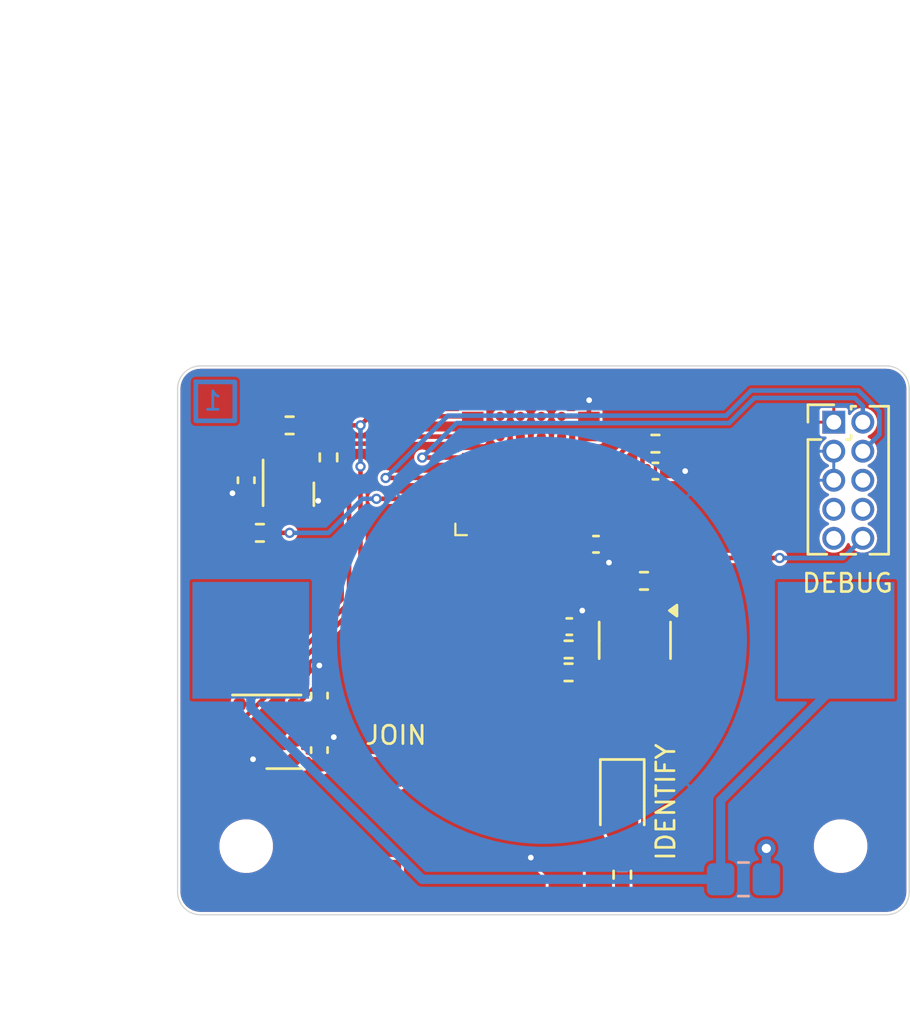
<source format=kicad_pcb>
(kicad_pcb (version 20240108) (generator "pcbnew") (generator_version "8.0")
  (title_block (title "BeeLight v2") (date "2025-01-14") (rev "1") (comment 1 "https://github.com/Kampi/BeeLight"))
  (layers (0 "F.Cu" signal) (31 "B.Cu" signal) (34 "B.Paste" user) (35 "F.Paste" user) (36 "B.SilkS" user "B.Silkscreen") (37 "F.SilkS" user "F.Silkscreen") (38 "B.Mask" user) (39 "F.Mask" user) (44 "Edge.Cuts" user))
  (net 0 "")
  (net 1 "Net-(BT101-+)")
  (net 2 "GND")
  (net 3 "~{RESET}")
  (net 4 "+BATT")
  (net 5 "INT")
  (net 6 "BAT_E")
  (net 7 "SDA")
  (net 8 "SWDIO")
  (net 9 "SCL")
  (net 11 "Net-(Q101-D)")
  (net 12 "Net-(D101-A)")
  (net 15 "SWDCLK")
  (net 18 "V_{BAT}")
  (net 40 "Net-(M101-P2.05)")
  (net 43 "Net-(D101-K)")
  (footprint "Wuerth:WS-TASV-6x6" (layer "F.Cu") (at 135 102 180)
    (property "Reference" "SW101" (hide yes))
    (property "Value" "JOIN" (at 3.45 3.85 0) (layer "F.SilkS") (effects (font (size 0.8 0.8) (thickness 0.12))))
    (pad "1" smd rect (at -3.975 -2.25 180) (size 1.5 1.3) (layers "F.Cu" "F.Paste" "F.Mask") (net 2 "GND"))
    (pad "2" smd rect (at -3.975 2.25 180) (size 1.5 1.3) (layers "F.Cu" "F.Paste" "F.Mask") (net 40 "Net-(M101-P2.05)"))
    (pad "3" smd rect (at 3.975 -2.25 180) (size 1.5 1.3) (layers "F.Cu" "F.Paste" "F.Mask"))
    (pad "4" smd rect (at 3.975 2.25 180) (size 1.5 1.3) (layers "F.Cu" "F.Paste" "F.Mask"))
  )
  (footprint "Resistor_SMD:R_0402_1005Metric_Pad0.72x0.64mm_HandSolder" (layer "F.Cu") (at 142.4 91.4)
    (property "Reference" "R107" (hide yes))
    (property "Value" "100k" (hide yes))
    (fp_line (start -0.167621 -0.38) (end 0.167621 -0.38) (stroke (width 0.12)) (layer "F.SilkS"))
    (fp_line (start -0.167621 0.38) (end 0.167621 0.38) (stroke (width 0.12)) (layer "F.SilkS"))
    (pad "1" smd roundrect (at -0.5975 0) (size 0.715 0.64) (layers "F.Cu" "F.Paste" "F.Mask") (net 4 "+BATT"))
    (pad "2" smd roundrect (at 0.5975 0) (size 0.715 0.64) (layers "F.Cu" "F.Paste" "F.Mask") (net 6 "BAT_E"))
  )
  (footprint "Package_TO_SOT_SMD:SOT-23-3" (layer "F.Cu") (at 142 94 -90)
    (property "Reference" "Q101" (hide yes))
    (property "Value" "BSS84" (hide yes))
    (fp_line (start 0 1.56) (end -0.8 1.56) (stroke (width 0.12)) (layer "F.SilkS"))
    (fp_line (start 0 1.56) (end 0.8 1.56) (stroke (width 0.12)) (layer "F.SilkS"))
    (fp_line (start 0 -1.56) (end -0.8 -1.56) (stroke (width 0.12)) (layer "F.SilkS"))
    (fp_line (start 0 -1.56) (end 0.8 -1.56) (stroke (width 0.12)) (layer "F.SilkS"))
    (fp_poly (pts (xy -1.3 -1.51) (xy -1.54 -1.84) (xy -1.06 -1.84) (xy -1.3 -1.51)) (stroke (width 0.12)) (fill solid) (layer "F.SilkS"))
    (pad "1" smd roundrect (at -1.1375 -0.95 270) (size 1.325 0.6) (layers "F.Cu" "F.Paste" "F.Mask") (net 6 "BAT_E"))
    (pad "2" smd roundrect (at -1.1375 0.95 270) (size 1.325 0.6) (layers "F.Cu" "F.Paste" "F.Mask") (net 4 "+BATT"))
    (pad "3" smd roundrect (at 1.1375 0 270) (size 1.325 0.6) (layers "F.Cu" "F.Paste" "F.Mask") (net 11 "Net-(Q101-D)"))
  )
  (footprint "LED_SMD:LED_0805_2012Metric_Pad1.15x1.40mm_HandSolder" (layer "F.Cu") (at 141.45 101.07 -90)
    (property "Reference" "D101" (hide yes))
    (property "Value" "IDENTIFY" (at 0 -1.9 90) (layer "F.SilkS") (effects (font (size 0.8 0.8) (thickness 0.12))))
    (fp_line (start -1.86 0.96) (end 1 0.96) (stroke (width 0.12)) (layer "F.SilkS"))
    (fp_line (start -1.86 -0.96) (end -1.86 0.96) (stroke (width 0.12)) (layer "F.SilkS"))
    (fp_line (start 1 -0.96) (end -1.86 -0.96) (stroke (width 0.12)) (layer "F.SilkS"))
    (pad "1" smd roundrect (at -1.025 0 270) (size 1.15 1.4) (layers "F.Cu" "F.Paste" "F.Mask") (roundrect_rratio 0.217391) (net 43 "Net-(D101-K)"))
    (pad "2" smd roundrect (at 1.025 0 270) (size 1.15 1.4) (layers "F.Cu" "F.Paste" "F.Mask") (roundrect_rratio 0.217391) (net 12 "Net-(D101-A)"))
  )
  (footprint "Capacitor_SMD:C_0402_1005Metric_Pad0.74x0.62mm_HandSolder" (layer "F.Cu") (at 140.3 89.8)
    (property "Reference" "C102" (hide yes))
    (property "Value" "100n" (hide yes))
    (fp_line (start -0.115835 -0.36) (end 0.115835 -0.36) (stroke (width 0.12)) (layer "F.SilkS"))
    (fp_line (start -0.115835 0.36) (end 0.115835 0.36) (stroke (width 0.12)) (layer "F.SilkS"))
    (pad "1" smd roundrect (at -0.5675 0) (size 0.735 0.62) (layers "F.Cu" "F.Paste" "F.Mask") (net 4 "+BATT"))
    (pad "2" smd roundrect (at 0.5675 0) (size 0.735 0.62) (layers "F.Cu" "F.Paste" "F.Mask") (net 2 "GND"))
  )
  (footprint "Resistor_SMD:R_0402_1005Metric_Pad0.72x0.64mm_HandSolder" (layer "F.Cu") (at 139.1 95.4 180)
    (property "Reference" "R108" (hide yes))
    (property "Value" "8k2 / 0.1%" (hide yes))
    (fp_line (start -0.167621 0.38) (end 0.167621 0.38) (stroke (width 0.12)) (layer "F.SilkS"))
    (fp_line (start -0.167621 -0.38) (end 0.167621 -0.38) (stroke (width 0.12)) (layer "F.SilkS"))
    (pad "1" smd roundrect (at -0.5975 0 180) (size 0.715 0.64) (layers "F.Cu" "F.Paste" "F.Mask") (net 11 "Net-(Q101-D)"))
    (pad "2" smd roundrect (at 0.5975 0 180) (size 0.715 0.64) (layers "F.Cu" "F.Paste" "F.Mask") (net 18 "V_{BAT}"))
  )
  (footprint "Fanstel:BC15C" (layer "F.Cu") (at 138 83)
    (property "Reference" "M101" (hide yes))
    (property "Value" "BC15C" (hide yes))
    (fp_line (start -3.85 5.9) (end -3.85 6.4) (stroke (width 0.1)) (layer "F.SilkS"))
    (fp_line (start -3.85 6.4) (end -3.35 6.4) (stroke (width 0.1)) (layer "F.SilkS"))
    (pad "A1" smd rect (at -3.09 1.2042) (size 0.9398 0.4064) (layers "F.Cu" "F.Paste" "F.Mask") (net 7 "SDA"))
    (pad "A2" smd rect (at -3.09 2.0932) (size 0.9398 0.4064) (layers "F.Cu" "F.Paste" "F.Mask") (net 9 "SCL"))
    (pad "A3" smd rect (at -3.09 3.0076) (size 0.9398 0.4064) (layers "F.Cu" "F.Paste" "F.Mask") (net 8 "SWDIO"))
    (pad "A4" smd rect (at -3.09 3.8966) (size 0.9398 0.4064) (layers "F.Cu" "F.Paste" "F.Mask") (net 15 "SWDCLK"))
    (pad "A5" smd rect (at -3.09 4.811) (size 0.9398 0.4064) (layers "F.Cu" "F.Paste" "F.Mask") (net 5 "INT"))
    (pad "A6" smd rect (at -2.8106 5.8016 90) (size 0.6096 0.4064) (layers "F.Cu" "F.Paste" "F.Mask") (net 40 "Net-(M101-P2.05)"))
    (pad "B1" smd roundrect (at -1.8962 1.2042) (size 0.4064 0.4064) (layers "F.Cu" "F.Paste" "F.Mask") (roundrect_rratio 0.5))
    (pad "B2" smd roundrect (at -1.8962 2.0932) (size 0.4064 0.4064) (layers "F.Cu" "F.Paste" "F.Mask") (roundrect_rratio 0.5))
    (pad "B3" smd roundrect (at -1.8962 3.0076) (size 0.4064 0.4064) (layers "F.Cu" "F.Paste" "F.Mask") (roundrect_rratio 0.5))
    (pad "B4" smd roundrect (at -1.8962 3.8966) (size 0.4064 0.4064) (layers "F.Cu" "F.Paste" "F.Mask") (roundrect_rratio 0.5))
    (pad "B5" smd roundrect (at -1.8962 4.811) (size 0.4064 0.4064) (layers "F.Cu" "F.Paste" "F.Mask") (roundrect_rratio 0.5))
    (pad "B6" smd rect (at -1.8962 5.8016 90) (size 0.6096 0.4064) (layers "F.Cu" "F.Paste" "F.Mask") (net 43 "Net-(D101-K)"))
    (pad "C1" smd roundrect (at -1.0072 1.2042) (size 0.4064 0.4064) (layers "F.Cu" "F.Paste" "F.Mask") (roundrect_rratio 0.5))
    (pad "C2" smd roundrect (at -1.0072 2.0932) (size 0.4064 0.4064) (layers "F.Cu" "F.Paste" "F.Mask") (roundrect_rratio 0.5))
    (pad "C3" smd roundrect (at -1.0072 3.0076) (size 0.4064 0.4064) (layers "F.Cu" "F.Paste" "F.Mask") (roundrect_rratio 0.5))
    (pad "C4" smd roundrect (at -1.0072 3.8966) (size 0.4064 0.4064) (layers "F.Cu" "F.Paste" "F.Mask") (roundrect_rratio 0.5))
    (pad "C5" smd roundrect (at -1.0072 4.811) (size 0.4064 0.4064) (layers "F.Cu" "F.Paste" "F.Mask") (roundrect_rratio 0.5) (net 18 "V_{BAT}"))
    (pad "C6" smd rect (at -1.0072 5.8016 90) (size 0.6096 0.4064) (layers "F.Cu" "F.Paste" "F.Mask"))
    (pad "D1" smd roundrect (at -0.0928 1.2042) (size 0.4064 0.4064) (layers "F.Cu" "F.Paste" "F.Mask") (roundrect_rratio 0.5))
    (pad "D2" smd roundrect (at -0.0928 2.0932) (size 0.4064 0.4064) (layers "F.Cu" "F.Paste" "F.Mask") (roundrect_rratio 0.5))
    (pad "D3" smd roundrect (at -0.0928 3.0076) (size 0.4064 0.4064) (layers "F.Cu" "F.Paste" "F.Mask") (roundrect_rratio 0.5))
    (pad "D4" smd roundrect (at -0.0928 3.8966) (size 0.4064 0.4064) (layers "F.Cu" "F.Paste" "F.Mask") (roundrect_rratio 0.5))
    (pad "D5" smd roundrect (at -0.0928 4.811) (size 0.4064 0.4064) (layers "F.Cu" "F.Paste" "F.Mask") (roundrect_rratio 0.5))
    (pad "D6" smd rect (at -0.0928 5.8016 90) (size 0.6096 0.4064) (layers "F.Cu" "F.Paste" "F.Mask"))
    (pad "E1" smd roundrect (at 0.7962 1.2042) (size 0.4064 0.4064) (layers "F.Cu" "F.Paste" "F.Mask") (roundrect_rratio 0.5) (net 2 "GND"))
    (pad "E2" smd roundrect (at 0.7962 2.0932) (size 0.4064 0.4064) (layers "F.Cu" "F.Paste" "F.Mask") (roundrect_rratio 0.5))
    (pad "E3" smd roundrect (at 0.7962 3.0076) (size 0.4064 0.4064) (layers "F.Cu" "F.Paste" "F.Mask") (roundrect_rratio 0.5))
    (pad "E4" smd roundrect (at 0.7962 3.8966) (size 0.4064 0.4064) (layers "F.Cu" "F.Paste" "F.Mask") (roundrect_rratio 0.5))
    (pad "E5" smd roundrect (at 0.7962 4.811) (size 0.4064 0.4064) (layers "F.Cu" "F.Paste" "F.Mask") (roundrect_rratio 0.5))
    (pad "E6" smd rect (at 0.7962 5.8016 90) (size 0.6096 0.4064) (layers "F.Cu" "F.Paste" "F.Mask"))
    (pad "F1" smd rect (at 1.99 1.2042) (size 0.9398 0.4064) (layers "F.Cu" "F.Paste" "F.Mask") (net 2 "GND"))
    (pad "F2" smd rect (at 1.99 2.0932) (size 0.9398 0.4064) (layers "F.Cu" "F.Paste" "F.Mask"))
    (pad "F3" smd rect (at 1.99 3.0076) (size 0.9398 0.4064) (layers "F.Cu" "F.Paste" "F.Mask") (net 3 "~{RESET}"))
    (pad "F4" smd rect (at 1.99 3.8966) (size 0.9398 0.4064) (layers "F.Cu" "F.Paste" "F.Mask"))
    (pad "F5" smd rect (at 1.99 4.811) (size 0.9398 0.4064) (layers "F.Cu" "F.Paste" "F.Mask") (net 6 "BAT_E"))
    (pad "F6" smd rect (at 1.7106 5.8016 90) (size 0.6096 0.4064) (layers "F.Cu" "F.Paste" "F.Mask") (net 4 "+BATT"))
    (zone (net 0) (net_name "") (layers "*.Cu") (connect_pads (clearance 0)) (min_thickness 0.25)
      (keepout (tracks not_allowed) (vias not_allowed) (pads not_allowed) (copperpour not_allowed) (footprints not_allowed))
      (fill (thermal_gap 0.5) (thermal_bridge_width 0.5))
      (polygon (pts (xy 134.35 76.8) (xy 141.65 76.8) (xy 141.65 81.2) (xy 134.35 81.2)))
    )
  )
  (footprint "Broadcom:Broadcom_DFN-6_2x2mm_P0.65mm" (layer "F.Cu") (at 126.85 87.1125 -90)
    (property "Reference" "IC102" (hide yes))
    (property "Value" "APDS-9306-065" (hide yes))
    (fp_line (start -1 1.11) (end 1 1.11) (stroke (width 0.12)) (layer "F.SilkS"))
    (fp_line (start 0 -1.11) (end 1 -1.11) (stroke (width 0.12)) (layer "F.SilkS"))
    (pad "1" smd roundrect (at -0.7875 -0.65 270) (size 1.175 0.3) (layers "F.Cu" "F.Paste" "F.Mask") (net 9 "SCL"))
    (pad "2" smd roundrect (at -0.7875 0 270) (size 1.175 0.3) (layers "F.Cu" "F.Paste" "F.Mask") (net 7 "SDA"))
    (pad "3" smd roundrect (at -0.7875 0.65 270) (size 1.175 0.3) (layers "F.Cu" "F.Paste" "F.Mask") (net 4 "+BATT"))
    (pad "4" smd roundrect (at 0.7875 0.65 270) (size 1.175 0.3) (layers "F.Cu" "F.Paste" "F.Mask") (net 5 "INT"))
    (pad "5" smd roundrect (at 0.7875 0 270) (size 1.175 0.3) (layers "F.Cu" "F.Paste" "F.Mask"))
    (pad "6" smd roundrect (at 0.7875 -0.65 270) (size 1.175 0.3) (layers "F.Cu" "F.Paste" "F.Mask") (net 2 "GND"))
  )
  (footprint "Capacitor_SMD:C_0402_1005Metric_Pad0.74x0.62mm_HandSolder" (layer "F.Cu") (at 139.1325 93.4)
    (property "Reference" "C103" (hide yes))
    (property "Value" "100n" (hide yes))
    (fp_line (start -0.115835 -0.36) (end 0.115835 -0.36) (stroke (width 0.12)) (layer "F.SilkS"))
    (fp_line (start -0.115835 0.36) (end 0.115835 0.36) (stroke (width 0.12)) (layer "F.SilkS"))
    (pad "1" smd roundrect (at -0.5675 0) (size 0.735 0.62) (layers "F.Cu" "F.Paste" "F.Mask") (net 18 "V_{BAT}"))
    (pad "2" smd roundrect (at 0.5675 0) (size 0.735 0.62) (layers "F.Cu" "F.Paste" "F.Mask") (net 2 "GND"))
  )
  (footprint "Capacitor_SMD:C_0402_1005Metric_Pad0.74x0.62mm_HandSolder" (layer "F.Cu") (at 125 87 -90)
    (property "Reference" "C104" (hide yes))
    (property "Value" "100n" (hide yes))
    (fp_line (start -0.115835 0.36) (end 0.115835 0.36) (stroke (width 0.12)) (layer "F.SilkS"))
    (fp_line (start -0.115835 -0.36) (end 0.115835 -0.36) (stroke (width 0.12)) (layer "F.SilkS"))
    (pad "1" smd roundrect (at -0.5675 0 270) (size 0.735 0.62) (layers "F.Cu" "F.Paste" "F.Mask") (net 4 "+BATT"))
    (pad "2" smd roundrect (at 0.5675 0 270) (size 0.735 0.62) (layers "F.Cu" "F.Paste" "F.Mask") (net 2 "GND"))
  )
  (footprint "Capacitor_SMD:C_0402_1005Metric_Pad0.74x0.62mm_HandSolder" (layer "F.Cu") (at 128.2 98.8 90)
    (property "Reference" "C105" (hide yes))
    (property "Value" "100n" (hide yes))
    (fp_line (start -0.115835 -0.36) (end 0.115835 -0.36) (stroke (width 0.12)) (layer "F.SilkS"))
    (fp_line (start -0.115835 0.36) (end 0.115835 0.36) (stroke (width 0.12)) (layer "F.SilkS"))
    (pad "1" smd roundrect (at -0.5675 0 90) (size 0.735 0.62) (layers "F.Cu" "F.Paste" "F.Mask") (net 4 "+BATT"))
    (pad "2" smd roundrect (at 0.5675 0 90) (size 0.735 0.62) (layers "F.Cu" "F.Paste" "F.Mask") (net 2 "GND"))
  )
  (footprint "Bosch:Bosch_LGA-8_3x3mm_P0.8mm_ClockwisePinNumbering" (layer "F.Cu") (at 125.9 98 90)
    (property "Reference" "IC103" (hide yes))
    (property "Value" "BME688" (hide yes))
    (fp_line (start 1.61 -1.5) (end 1.61 1.5) (stroke (width 0.12)) (layer "F.SilkS"))
    (fp_line (start -1.61 0) (end -1.61 1.5) (stroke (width 0.12)) (layer "F.SilkS"))
    (pad "1" smd roundrect (at -1.2 -1.1875 90) (size 0.5 0.525) (layers "F.Cu" "F.Paste" "F.Mask") (net 2 "GND"))
    (pad "2" smd roundrect (at -0.4 -1.1875 90) (size 0.5 0.525) (layers "F.Cu" "F.Paste" "F.Mask") (net 4 "+BATT"))
    (pad "3" smd roundrect (at 0.4 -1.1875 90) (size 0.5 0.525) (layers "F.Cu" "F.Paste" "F.Mask") (net 7 "SDA"))
    (pad "4" smd roundrect (at 1.2 -1.1875 90) (size 0.5 0.525) (layers "F.Cu" "F.Paste" "F.Mask") (net 9 "SCL"))
    (pad "5" smd roundrect (at 1.2 1.1875 90) (size 0.5 0.525) (layers "F.Cu" "F.Paste" "F.Mask") (net 2 "GND"))
    (pad "6" smd roundrect (at 0.4 1.1875 90) (size 0.5 0.525) (layers "F.Cu" "F.Paste" "F.Mask") (net 4 "+BATT"))
    (pad "7" smd roundrect (at -0.4 1.1875 90) (size 0.5 0.525) (layers "F.Cu" "F.Paste" "F.Mask") (net 2 "GND"))
    (pad "8" smd roundrect (at -1.2 1.1875 90) (size 0.5 0.525) (layers "F.Cu" "F.Paste" "F.Mask") (net 4 "+BATT"))
  )
  (footprint "Resistor_SMD:R_0402_1005Metric_Pad0.72x0.64mm_HandSolder" (layer "F.Cu") (at 126.9 84.6)
    (property "Reference" "R104" (hide yes))
    (property "Value" "1k8" (hide yes))
    (fp_line (start -0.167621 -0.38) (end 0.167621 -0.38) (stroke (width 0.12)) (layer "F.SilkS"))
    (fp_line (start -0.167621 0.38) (end 0.167621 0.38) (stroke (width 0.12)) (layer "F.SilkS"))
    (pad "1" smd roundrect (at -0.5975 0) (size 0.715 0.64) (layers "F.Cu" "F.Paste" "F.Mask") (net 4 "+BATT"))
    (pad "2" smd roundrect (at 0.5975 0) (size 0.715 0.64) (layers "F.Cu" "F.Paste" "F.Mask") (net 7 "SDA"))
  )
  (footprint "Resistor_SMD:R_0402_1005Metric_Pad0.72x0.64mm_HandSolder" (layer "F.Cu") (at 128.6 86 90)
    (property "Reference" "R105" (hide yes))
    (property "Value" "1k8" (hide yes))
    (fp_line (start -0.167621 -0.38) (end 0.167621 -0.38) (stroke (width 0.12)) (layer "F.SilkS"))
    (fp_line (start -0.167621 0.38) (end 0.167621 0.38) (stroke (width 0.12)) (layer "F.SilkS"))
    (pad "1" smd roundrect (at -0.5975 0 90) (size 0.715 0.64) (layers "F.Cu" "F.Paste" "F.Mask") (net 4 "+BATT"))
    (pad "2" smd roundrect (at 0.5975 0 90) (size 0.715 0.64) (layers "F.Cu" "F.Paste" "F.Mask") (net 9 "SCL"))
  )
  (footprint "MountingHole:MountingHole_2.1mm" (layer "F.Cu") (at 151 103)
    (property "Reference" "REF**" (hide yes))
    (property "Value" "MountingHole_2.1mm" (hide yes))
    (pad "" np_thru_hole circle (at 0 0) (size 2.1 2.1) (drill 2.1) (layers "F&B.Cu" "*.Mask"))
  )
  (footprint "MountingHole:MountingHole_2.1mm" (layer "F.Cu") (at 125 103)
    (property "Reference" "REF**" (hide yes))
    (property "Value" "MountingHole_2.1mm" (hide yes))
    (pad "" np_thru_hole circle (at 0 0) (size 2.1 2.1) (drill 2.1) (layers "*.Cu" "*.Mask"))
  )
  (footprint "Resistor_SMD:R_0402_1005Metric_Pad0.72x0.64mm_HandSolder" (layer "F.Cu") (at 141.45 104.25 90)
    (property "Reference" "R103" (hide yes))
    (property "Value" "220R" (hide yes))
    (fp_line (start -0.167621 -0.38) (end 0.167621 -0.38) (stroke (width 0.12)) (layer "F.SilkS"))
    (fp_line (start -0.167621 0.38) (end 0.167621 0.38) (stroke (width 0.12)) (layer "F.SilkS"))
    (pad "1" smd roundrect (at -0.5975 0 90) (size 0.715 0.64) (layers "F.Cu" "F.Paste" "F.Mask") (net 4 "+BATT"))
    (pad "2" smd roundrect (at 0.5975 0 90) (size 0.715 0.64) (layers "F.Cu" "F.Paste" "F.Mask") (net 12 "Net-(D101-A)"))
  )
  (footprint "Resistor_SMD:R_0402_1005Metric_Pad0.72x0.64mm_HandSolder" (layer "F.Cu") (at 139.1025 94.4)
    (property "Reference" "R109" (hide yes))
    (property "Value" "2k2 / 0.1%" (hide yes))
    (fp_line (start -0.167621 -0.38) (end 0.167621 -0.38) (stroke (width 0.12)) (layer "F.SilkS"))
    (fp_line (start -0.167621 0.38) (end 0.167621 0.38) (stroke (width 0.12)) (layer "F.SilkS"))
    (pad "1" smd roundrect (at -0.5975 0) (size 0.715 0.64) (layers "F.Cu" "F.Paste" "F.Mask") (net 18 "V_{BAT}"))
    (pad "2" smd roundrect (at 0.5975 0) (size 0.715 0.64) (layers "F.Cu" "F.Paste" "F.Mask") (net 2 "GND"))
  )
  (footprint "Capacitor_SMD:C_0402_1005Metric_Pad0.74x0.62mm_HandSolder" (layer "F.Cu") (at 128.2 96.4175 90)
    (property "Reference" "C106" (hide yes))
    (property "Value" "100n" (hide yes))
    (fp_line (start -0.115835 -0.36) (end 0.115835 -0.36) (stroke (width 0.12)) (layer "F.SilkS"))
    (fp_line (start -0.115835 0.36) (end 0.115835 0.36) (stroke (width 0.12)) (layer "F.SilkS"))
    (pad "1" smd roundrect (at -0.5675 0 90) (size 0.735 0.62) (layers "F.Cu" "F.Paste" "F.Mask") (net 4 "+BATT"))
    (pad "2" smd roundrect (at 0.5675 0 90) (size 0.735 0.62) (layers "F.Cu" "F.Paste" "F.Mask") (net 2 "GND"))
  )
  (footprint "Capacitor_SMD:C_0402_1005Metric_Pad0.74x0.62mm_HandSolder" (layer "F.Cu") (at 142.9 86.6)
    (property "Reference" "C101" (hide yes))
    (property "Value" "100n" (hide yes))
    (fp_line (start -0.115835 -0.36) (end 0.115835 -0.36) (stroke (width 0.12)) (layer "F.SilkS"))
    (fp_line (start -0.115835 0.36) (end 0.115835 0.36) (stroke (width 0.12)) (layer "F.SilkS"))
    (pad "1" smd roundrect (at -0.5675 0) (size 0.735 0.62) (layers "F.Cu" "F.Paste" "F.Mask") (net 3 "~{RESET}"))
    (pad "2" smd roundrect (at 0.5675 0) (size 0.735 0.62) (layers "F.Cu" "F.Paste" "F.Mask") (net 2 "GND"))
  )
  (footprint "Connector_PinHeader_1.27mm:PinHeader_2x05_P1.27mm_Vertical" (layer "F.Cu") (at 150.7 84.46)
    (property "Reference" "X102" (hide yes))
    (property "Value" "DEBUG" (at 0.6 7.04 0) (layer "F.SilkS") (effects (font (size 0.8 0.8) (thickness 0.12))))
    (fp_line (start -1.13 -0.76) (end 0 -0.76) (stroke (width 0.12)) (layer "F.SilkS"))
    (fp_line (start -1.13 0) (end -1.13 -0.76) (stroke (width 0.12)) (layer "F.SilkS"))
    (fp_line (start -1.13 0.76) (end -1.13 5.775) (stroke (width 0.12)) (layer "F.SilkS"))
    (fp_line (start -1.13 0.76) (end -0.563471 0.76) (stroke (width 0.12)) (layer "F.SilkS"))
    (fp_line (start -1.13 5.775) (end -0.30753 5.775) (stroke (width 0.12)) (layer "F.SilkS"))
    (fp_line (start 0.30753 5.775) (end 0.96247 5.775) (stroke (width 0.12)) (layer "F.SilkS"))
    (fp_line (start 0.563471 0.76) (end 0.706529 0.76) (stroke (width 0.12)) (layer "F.SilkS"))
    (fp_line (start 0.76 -0.695) (end 0.96247 -0.695) (stroke (width 0.12)) (layer "F.SilkS"))
    (fp_line (start 0.76 -0.563471) (end 0.76 -0.695) (stroke (width 0.12)) (layer "F.SilkS"))
    (fp_line (start 0.76 0.706529) (end 0.76 0.563471) (stroke (width 0.12)) (layer "F.SilkS"))
    (fp_line (start 1.57753 -0.695) (end 2.4 -0.695) (stroke (width 0.12)) (layer "F.SilkS"))
    (fp_line (start 1.57753 5.775) (end 2.4 5.775) (stroke (width 0.12)) (layer "F.SilkS"))
    (fp_line (start 2.4 -0.695) (end 2.4 5.775) (stroke (width 0.12)) (layer "F.SilkS"))
    (pad "1" thru_hole rect (at 0 0) (size 1 1) (drill 0.65) (layers "*.Cu" "*.Mask") (net 4 "+BATT"))
    (pad "2" thru_hole oval (at 1.27 0) (size 1 1) (drill 0.65) (layers "*.Cu" "*.Mask") (net 8 "SWDIO"))
    (pad "3" thru_hole oval (at 0 1.27) (size 1 1) (drill 0.65) (layers "*.Cu" "*.Mask") (net 2 "GND"))
    (pad "4" thru_hole oval (at 1.27 1.27) (size 1 1) (drill 0.65) (layers "*.Cu" "*.Mask") (net 15 "SWDCLK"))
    (pad "5" thru_hole oval (at 0 2.54) (size 1 1) (drill 0.65) (layers "*.Cu" "*.Mask") (net 2 "GND"))
    (pad "6" thru_hole oval (at 1.27 2.54) (size 1 1) (drill 0.65) (layers "*.Cu" "*.Mask"))
    (pad "7" thru_hole oval (at 0 3.81) (size 1 1) (drill 0.65) (layers "*.Cu" "*.Mask"))
    (pad "8" thru_hole oval (at 1.27 3.81) (size 1 1) (drill 0.65) (layers "*.Cu" "*.Mask"))
    (pad "9" thru_hole oval (at 0 5.08) (size 1 1) (drill 0.65) (layers "*.Cu" "*.Mask"))
    (pad "10" thru_hole oval (at 1.27 5.08) (size 1 1) (drill 0.65) (layers "*.Cu" "*.Mask") (net 3 "~{RESET}"))
  )
  (footprint "Resistor_SMD:R_0402_1005Metric_Pad0.72x0.64mm_HandSolder" (layer "F.Cu") (at 142.9 85.4 180)
    (property "Reference" "R101" (hide yes))
    (property "Value" "100k" (hide yes))
    (fp_line (start -0.167621 0.38) (end 0.167621 0.38) (stroke (width 0.12)) (layer "F.SilkS"))
    (fp_line (start -0.167621 -0.38) (end 0.167621 -0.38) (stroke (width 0.12)) (layer "F.SilkS"))
    (pad "1" smd roundrect (at -0.5975 0 180) (size 0.715 0.64) (layers "F.Cu" "F.Paste" "F.Mask") (net 4 "+BATT"))
    (pad "2" smd roundrect (at 0.5975 0 180) (size 0.715 0.64) (layers "F.Cu" "F.Paste" "F.Mask") (net 3 "~{RESET}"))
  )
  (footprint "Resistor_SMD:R_0402_1005Metric_Pad0.72x0.64mm_HandSolder" (layer "F.Cu") (at 125.6 89.3)
    (property "Reference" "R106" (hide yes))
    (property "Value" "1k8" (hide yes))
    (fp_line (start -0.167621 -0.38) (end 0.167621 -0.38) (stroke (width 0.12)) (layer "F.SilkS"))
    (fp_line (start -0.167621 0.38) (end 0.167621 0.38) (stroke (width 0.12)) (layer "F.SilkS"))
    (pad "1" smd roundrect (at -0.5975 0) (size 0.715 0.64) (layers "F.Cu" "F.Paste" "F.Mask") (net 4 "+BATT"))
    (pad "2" smd roundrect (at 0.5975 0) (size 0.715 0.64) (layers "F.Cu" "F.Paste" "F.Mask") (net 5 "INT"))
  )
  (footprint "Resistor_SMD:R_0805_2012Metric_Pad1.20x1.40mm_HandSolder" (layer "B.Cu") (at 146.75 104.45)
    (property "Reference" "R102" (hide yes))
    (property "Value" "0R" (hide yes))
    (fp_line (start 0.227064 -0.735) (end -0.227064 -0.735) (stroke (width 0.12)) (layer "B.SilkS"))
    (fp_line (start 0.227064 0.735) (end -0.227064 0.735) (stroke (width 0.12)) (layer "B.SilkS"))
    (pad "1" smd roundrect (at -1 0) (size 1.2 1.4) (layers "B.Cu" "B.Paste" "B.Mask") (roundrect_rratio 0.208333) (net 1 "Net-(BT101-+)"))
    (pad "2" smd roundrect (at 1 0) (size 1.2 1.4) (layers "B.Cu" "B.Paste" "B.Mask") (roundrect_rratio 0.208333) (net 4 "+BATT"))
  )
  (footprint "Keystone:3002" (layer "B.Cu") (at 138 94 180)
    (property "Reference" "BT101" (hide yes))
    (property "Value" "Battery_Cell" (hide yes))
    (pad "1" smd rect (at -12.8 0 180) (size 5.1 5.1) (layers "B.Cu" "B.Paste" "B.Mask") (net 1 "Net-(BT101-+)"))
    (pad "1" smd rect (at 12.8 0 180) (size 5.1 5.1) (layers "B.Cu" "B.Paste" "B.Mask") (net 1 "Net-(BT101-+)"))
    (pad "2" smd circle (at 0 0 180) (size 17.8 17.8) (layers "B.Cu" "B.Mask") (net 2 "GND"))
  )
  (gr_rect (start 122.8 82.7) (end 124.5 84.4) (stroke (width 0.2)) (fill none) (layer "B.Cu"))
  (gr_line (start 153 106) (end 123 106) (stroke (width 0.05)) (layer "Edge.Cuts"))
  (gr_arc (start 122 83) (mid 122.292893 82.292893) (end 123 82) (stroke (width 0.05)) (layer "Edge.Cuts"))
  (gr_arc (start 123 106) (mid 122.292893 105.707107) (end 122 105) (stroke (width 0.05)) (layer "Edge.Cuts"))
  (gr_line (start 123 82) (end 153 82) (stroke (width 0.05)) (layer "Edge.Cuts"))
  (gr_arc (start 154 105) (mid 153.707107 105.707107) (end 153 106) (stroke (width 0.05)) (layer "Edge.Cuts"))
  (gr_line (start 122 105) (end 122 83) (stroke (width 0.05)) (layer "Edge.Cuts"))
  (gr_line (start 154 83) (end 154 105) (stroke (width 0.05)) (layer "Edge.Cuts"))
  (gr_arc (start 153 82) (mid 153.707107 82.292893) (end 154 83) (stroke (width 0.05)) (layer "Edge.Cuts"))
  (gr_text "${REVISION}" (at 124 84 0) (layer "B.Cu") (effects (font (size 0.8 0.8) (thickness 0.12)) (justify left bottom mirror)))
  (segment (start 145.75 104.45) (end 145.75 101) (width 0.4) (layer "B.Cu") (net 1))
  (segment (start 125.2 96.95) (end 132.7 104.45) (width 0.4) (layer "B.Cu") (net 1))
  (segment (start 125.2 94) (end 125.2 96.95) (width 0.4) (layer "B.Cu") (net 1))
  (segment (start 132.7 104.45) (end 145.75 104.45) (width 0.4) (layer "B.Cu") (net 1))
  (segment (start 145.75 101) (end 150.8 95.95) (width 0.4) (layer "B.Cu") (net 1))
  (segment (start 150.8 95.95) (end 150.8 94) (width 0.4) (layer "B.Cu") (net 1))
  (segment (start 139.7 93.4) (end 139.7 92.7) (width 0.2) (layer "F.Cu") (net 2))
  (segment (start 124.7125 99.2) (end 125.3 99.2) (width 0.2) (layer "F.Cu") (net 2))
  (segment (start 139.99 84.2042) (end 139.99 83.51) (width 0.2) (layer "F.Cu") (net 2))
  (segment (start 137.45 103.5) (end 138.2 104.25) (width 0.2) (layer "F.Cu") (net 2))
  (segment (start 128.15 87.9) (end 127.5 87.9) (width 0.2) (layer "F.Cu") (net 2))
  (segment (start 127.25 96.8) (end 128.2 95.85) (width 0.2) (layer "F.Cu") (net 2))
  (segment (start 139.99 83.51) (end 140 83.5) (width 0.2) (layer "F.Cu") (net 2))
  (segment (start 128.8325 98.2325) (end 128.2 98.2325) (width 0.2) (layer "F.Cu") (net 2))
  (segment (start 144.2 86.6) (end 143.4675 86.6) (width 0.2) (layer "F.Cu") (net 2))
  (segment (start 138.7962 84.2042) (end 139.99 84.2042) (width 0.2) (layer "F.Cu") (net 2))
  (segment (start 127.3 98.4) (end 127.4675 98.2325) (width 0.2) (layer "F.Cu") (net 2))
  (segment (start 127.0875 96.8) (end 127.25 96.8) (width 0.2) (layer "F.Cu") (net 2))
  (segment (start 127.4675 98.2325) (end 128.2 98.2325) (width 0.2) (layer "F.Cu") (net 2))
  (segment (start 139.7 94.4) (end 139.7 93.4) (width 0.2) (layer "F.Cu") (net 2))
  (segment (start 138.2 104.25) (end 138.975 104.25) (width 0.2) (layer "F.Cu") (net 2))
  (segment (start 124.4 87.5675) (end 125 87.5675) (width 0.2) (layer "F.Cu") (net 2))
  (segment (start 140.8675 90.6) (end 140.8675 89.8) (width 0.2) (layer "F.Cu") (net 2))
  (segment (start 127.0875 98.4) (end 127.3 98.4) (width 0.2) (layer "F.Cu") (net 2))
  (segment (start 128.2 95.85) (end 128.2 95.1) (width 0.2) (layer "F.Cu") (net 2))
  (via (at 140.8675 90.6) (size 0.45) (drill 0.25) (layers "F.Cu" "B.Cu") (net 2))
  (via (at 125.3 99.2) (size 0.45) (drill 0.25) (layers "F.Cu" "B.Cu") (net 2))
  (via (at 128.8325 98.2325) (size 0.45) (drill 0.25) (layers "F.Cu" "B.Cu") (net 2))
  (via (at 128.15 87.9) (size 0.45) (drill 0.25) (layers "F.Cu" "B.Cu") (net 2))
  (via (at 137.45 103.5) (size 0.45) (drill 0.25) (layers "F.Cu" "B.Cu") (net 2))
  (via (at 140 83.5) (size 0.45) (drill 0.25) (layers "F.Cu" "B.Cu") (net 2))
  (via (at 139.7 92.7) (size 0.45) (drill 0.25) (layers "F.Cu" "B.Cu") (net 2))
  (via (at 124.4 87.5675) (size 0.45) (drill 0.25) (layers "F.Cu" "B.Cu") (net 2))
  (via (at 128.2 95.1) (size 0.45) (drill 0.25) (layers "F.Cu" "B.Cu") (net 2))
  (via (at 144.2 86.6) (size 0.45) (drill 0.25) (layers "F.Cu" "B.Cu") (net 2))
  (segment (start 144.9 90.4) (end 142.3325 87.8325) (width 0.2) (layer "F.Cu") (net 3))
  (segment (start 142.3325 85.43) (end 142.3025 85.4) (width 0.2) (layer "F.Cu") (net 3))
  (segment (start 141.1924 86.0076) (end 141.8 85.4) (width 0.2) (layer "F.Cu") (net 3))
  (segment (start 148.3325 90.4) (end 144.9 90.4) (width 0.2) (layer "F.Cu") (net 3))
  (segment (start 139.99 86.0076) (end 141.1924 86.0076) (width 0.2) (layer "F.Cu") (net 3))
  (segment (start 142.3325 87.8325) (end 142.3325 86.6) (width 0.2) (layer "F.Cu") (net 3))
  (segment (start 141.8 85.4) (end 142.3025 85.4) (width 0.2) (layer "F.Cu") (net 3))
  (segment (start 142.3325 86.6) (end 142.3325 85.43) (width 0.2) (layer "F.Cu") (net 3))
  (via (at 148.3325 90.4) (size 0.45) (drill 0.25) (layers "F.Cu" "B.Cu") (net 3))
  (segment (start 148.3325 90.4) (end 151.11 90.4) (width 0.2) (layer "B.Cu") (net 3))
  (segment (start 151.11 90.4) (end 151.97 89.54) (width 0.2) (layer "B.Cu") (net 3))
  (segment (start 127.71625 99.2) (end 127.88375 99.3675) (width 0.2) (layer "F.Cu") (net 4))
  (segment (start 127.0875 97.6) (end 127.585 97.6) (width 0.2) (layer "F.Cu") (net 4))
  (segment (start 127.0875 99.2) (end 127.71625 99.2) (width 0.2) (layer "F.Cu") (net 4))
  (segment (start 127.88375 99.3675) (end 128.2 99.3675) (width 0.2) (layer "F.Cu") (net 4))
  (segment (start 126.2 86.325) (end 125.825 86.325) (width 0.2) (layer "F.Cu") (net 4))
  (segment (start 139.7106 89.7781) (end 139.7325 89.8) (width 0.2) (layer "F.Cu") (net 4))
  (segment (start 139.7106 88.8016) (end 139.7106 89.7781) (width 0.2) (layer "F.Cu") (net 4))
  (segment (start 127.585 97.6) (end 128.2 96.985) (width 0.2) (layer "F.Cu") (net 4))
  (segment (start 125.7175 86.4325) (end 125 86.4325) (width 0.2) (layer "F.Cu") (net 4))
  (segment (start 125.825 86.325) (end 125.7175 86.4325) (width 0.2) (layer "F.Cu") (net 4))
  (segment (start 141.05 92.75) (end 141.05 93.525) (width 0.2) (layer "F.Cu") (net 4))
  (via (at 147.75 103.1) (size 0.8) (drill 0.4) (layers "F.Cu" "B.Cu") (net 4))
  (segment (start 147.75 104.45) (end 147.75 103.1) (width 0.4) (layer "B.Cu") (net 4))
  (segment (start 126.2 89.2975) (end 126.1975 89.3) (width 0.2) (layer "F.Cu") (net 5))
  (segment (start 126.2 87.9) (end 126.2 89.2975) (width 0.2) (layer "F.Cu") (net 5))
  (segment (start 130.7 87.811) (end 134.91 87.811) (width 0.2) (layer "F.Cu") (net 5))
  (segment (start 126.1975 89.3) (end 126.9 89.3) (width 0.2) (layer "F.Cu") (net 5))
  (via (at 130.7 87.811) (size 0.45) (drill 0.25) (layers "F.Cu" "B.Cu") (net 5))
  (via (at 126.9 89.3) (size 0.45) (drill 0.25) (layers "F.Cu" "B.Cu") (net 5))
  (segment (start 130.7 87.811) (end 130.089 87.811) (width 0.2) (layer "B.Cu") (net 5))
  (segment (start 130.089 87.811) (end 128.6 89.3) (width 0.2) (layer "B.Cu") (net 5))
  (segment (start 128.6 89.3) (end 126.9 89.3) (width 0.2) (layer "B.Cu") (net 5))
  (segment (start 142.9975 89.8975) (end 140.911 87.811) (width 0.2) (layer "F.Cu") (net 6))
  (segment (start 142.9975 91.4) (end 142.9975 89.8975) (width 0.2) (layer "F.Cu") (net 6))
  (segment (start 142.9975 92.0025) (end 142.95 92.05) (width 0.2) (layer "F.Cu") (net 6))
  (segment (start 140.911 87.811) (end 139.99 87.811) (width 0.2) (layer "F.Cu") (net 6))
  (segment (start 142.9975 91.4) (end 142.9975 92.0025) (width 0.2) (layer "F.Cu") (net 6))
  (segment (start 142.95 92.05) (end 142.95 92.8625) (width 0.2) (layer "F.Cu") (net 6))
  (segment (start 127.4975 84.6) (end 130 84.6) (width 0.2) (layer "F.Cu") (net 7))
  (segment (start 126.85 85.55) (end 126.85 86.325) (width 0.2) (layer "F.Cu") (net 7))
  (segment (start 130 92.3125) (end 124.7125 97.6) (width 0.2) (layer "F.Cu") (net 7))
  (segment (start 130 86.4) (end 130 92.3125) (width 0.2) (layer "F.Cu") (net 7))
  (segment (start 127.4975 84.6) (end 127.4975 84.9025) (width 0.2) (layer "F.Cu") (net 7))
  (segment (start 127.4975 84.9025) (end 126.85 85.55) (width 0.2) (layer "F.Cu") (net 7))
  (segment (start 130 84.6) (end 130.3958 84.2042) (width 0.2) (layer "F.Cu") (net 7))
  (segment (start 130.3958 84.2042) (end 134.91 84.2042) (width 0.2) (layer "F.Cu") (net 7))
  (via (at 130 86.4) (size 0.45) (drill 0.25) (layers "F.Cu" "B.Cu") (net 7))
  (via (at 130 84.6) (size 0.45) (drill 0.25) (layers "F.Cu" "B.Cu") (net 7))
  (segment (start 130 84.6) (end 130 86.4) (width 0.2) (layer "B.Cu") (net 7))
  (segment (start 132.7 86.0076) (end 134.91 86.0076) (width 0.2) (layer "F.Cu") (net 8))
  (via (at 132.7 86.0076) (size 0.45) (drill 0.25) (layers "F.Cu" "B.Cu") (net 8))
  (segment (start 151.617106 83.4) (end 151.97 83.752894) (width 0.2) (layer "B.Cu") (net 8))
  (segment (start 132.7 86.0076) (end 134.2076 84.5) (width 0.2) (layer "B.Cu") (net 8))
  (segment (start 147.225 83.4) (end 151.617106 83.4) (width 0.2) (layer "B.Cu") (net 8))
  (segment (start 134.2076 84.5) (end 146.125 84.5) (width 0.2) (layer "B.Cu") (net 8))
  (segment (start 146.125 84.5) (end 147.225 83.4) (width 0.2) (layer "B.Cu") (net 8))
  (segment (start 151.97 83.752894) (end 151.97 84.46) (width 0.2) (layer "B.Cu") (net 8))
  (segment (start 129.5 85.7) (end 129.5 92.35288) (width 0.2) (layer "F.Cu") (net 9))
  (segment (start 125.05288 96.8) (end 124.7125 96.8) (width 0.2) (layer "F.Cu") (net 9))
  (segment (start 127.5 85.8125) (end 127.91 85.4025) (width 0.2) (layer "F.Cu") (net 9))
  (segment (start 131.3 85.4) (end 131.6068 85.0932) (width 0.2) (layer "F.Cu") (net 9))
  (segment (start 127.5 86.325) (end 127.5 85.8125) (width 0.2) (layer "F.Cu") (net 9))
  (segment (start 128.6025 85.4) (end 131.3 85.4) (width 0.2) (layer "F.Cu") (net 9))
  (segment (start 129.2025 85.4025) (end 129.5 85.7) (width 0.2) (layer "F.Cu") (net 9))
  (segment (start 129.5 92.35288) (end 125.05288 96.8) (width 0.2) (layer "F.Cu") (net 9))
  (segment (start 128.6 85.4025) (end 128.6025 85.4) (width 0.2) (layer "F.Cu") (net 9))
  (segment (start 127.91 85.4025) (end 128.6 85.4025) (width 0.2) (layer "F.Cu") (net 9))
  (segment (start 131.6068 85.0932) (end 134.91 85.0932) (width 0.2) (layer "F.Cu") (net 9))
  (segment (start 140.8 95.4) (end 139.6975 95.4) (width 0.2) (layer "F.Cu") (net 11))
  (segment (start 141.0625 95.1375) (end 140.8 95.4) (width 0.2) (layer "F.Cu") (net 11))
  (segment (start 142 95.1375) (end 141.0625 95.1375) (width 0.2) (layer "F.Cu") (net 11))
  (segment (start 141.45 103.6525) (end 141.45 101.6425) (width 0.2) (layer "F.Cu") (net 12))
  (segment (start 131.1 86.9) (end 131.1034 86.8966) (width 0.2) (layer "F.Cu") (net 15))
  (segment (start 131.1034 86.8966) (end 134.91 86.8966) (width 0.2) (layer "F.Cu") (net 15))
  (via (at 131.1 86.9) (size 0.45) (drill 0.25) (layers "F.Cu" "B.Cu") (net 15))
  (segment (start 151.775 83.075) (end 152.695 83.995) (width 0.2) (layer "B.Cu") (net 15))
  (segment (start 152.695 83.995) (end 152.695 85.005) (width 0.2) (layer "B.Cu") (net 15))
  (segment (start 145.99038 84.175) (end 147.09038 83.075) (width 0.2) (layer "B.Cu") (net 15))
  (segment (start 133.825 84.175) (end 145.99038 84.175) (width 0.2) (layer "B.Cu") (net 15))
  (segment (start 147.09038 83.075) (end 151.775 83.075) (width 0.2) (layer "B.Cu") (net 15))
  (segment (start 152.695 85.005) (end 151.97 85.73) (width 0.2) (layer "B.Cu") (net 15))
  (segment (start 131.1 86.9) (end 133.825 84.175) (width 0.2) (layer "B.Cu") (net 15))
  (segment (start 138.5025 95.4) (end 138.5025 94.4025) (width 0.2) (layer "F.Cu") (net 18))
  (segment (start 138.565 93.835) (end 138.565 93.4) (width 0.2) (layer "F.Cu") (net 18))
  (segment (start 137.479 92.314) (end 138.565 93.4) (width 0.2) (layer "F.Cu") (net 18))
  (segment (start 137.479 88.2972) (end 137.479 92.314) (width 0.2) (layer "F.Cu") (net 18))
  (segment (start 138.5 93.9) (end 138.565 93.835) (width 0.2) (layer "F.Cu") (net 18))
  (segment (start 136.9928 87.811) (end 137.479 88.2972) (width 0.2) (layer "F.Cu") (net 18))
  (segment (start 138.505 93.905) (end 138.5 93.9) (width 0.2) (layer "F.Cu") (net 18))
  (segment (start 138.505 94.4) (end 138.505 93.905) (width 0.2) (layer "F.Cu") (net 18))
  (segment (start 138.5025 94.4025) (end 138.505 94.4) (width 0.2) (layer "F.Cu") (net 18))
  (segment (start 135.1894 95.9644) (end 135.1894 88.8016) (width 0.2) (layer "F.Cu") (net 40))
  (segment (start 138.975 99.75) (end 135.1894 95.9644) (width 0.2) (layer "F.Cu") (net 40))
  (segment (start 136.1038 88.8016) (end 136.1038 94.6988) (width 0.2) (layer "F.Cu") (net 43))
  (segment (start 136.1038 94.6988) (end 141.45 100.045) (width 0.2) (layer "F.Cu") (net 43))
  (zone (net 0) (net_name "") (layer "F.Cu") (connect_pads (clearance 0)) (min_thickness 0.25)
    (keepout (tracks allowed) (vias allowed) (pads allowed) (copperpour not_allowed) (footprints allowed))
    (fill (thermal_gap 0.5) (thermal_bridge_width 0.5))
    (polygon (pts (xy 126.6 98.8) (xy 126.6 99.7) (xy 127.6 99.7) (xy 127.6 99.6) (xy 128 99.6) (xy 128 99) (xy 127.6 99) (xy 127.6 98.8)))
  )
  (zone (net 0) (net_name "") (layer "F.Cu") (connect_pads (clearance 0)) (min_thickness 0.25)
    (keepout (tracks allowed) (vias allowed) (pads allowed) (copperpour not_allowed) (footprints allowed))
    (fill (thermal_gap 0.5) (thermal_bridge_width 0.5))
    (polygon (pts (xy 126.7 97.2) (xy 127.6 97.2) (xy 127.95 96.85) (xy 128.1 96.85) (xy 128.1 97.5) (xy 127.65 97.95) (xy 126.7 97.95)))
  )
  (zone (net 0) (net_name "") (layer "F.Cu") (connect_pads (clearance 0)) (min_thickness 0.25)
    (keepout (tracks allowed) (vias allowed) (pads allowed) (copperpour not_allowed) (footprints allowed))
    (fill (thermal_gap 0.5) (thermal_bridge_width 0.5))
    (polygon (pts (xy 139.25 88.265) (xy 140.15 88.265) (xy 140.15 89.665) (xy 139.25 89.665)))
  )
  (zone (net 4) (net_name "+BATT") (layer "F.Cu") (connect_pads (clearance 0)) (min_thickness 0.127) (fill yes (thermal_gap 0.127) (thermal_bridge_width 0.127))
    (polygon (pts (xy 122 66) (xy 154 66) (xy 154 106) (xy 122 106)))
  )
  (zone (net 0) (net_name "") (layers "F.Cu" "Edge.Cuts") (connect_pads (clearance 0)) (min_thickness 0.25)
    (keepout (tracks allowed) (vias allowed) (pads allowed) (copperpour not_allowed) (footprints allowed))
    (fill (thermal_gap 0.5) (thermal_bridge_width 0.5))
    (polygon (pts (xy 126.4 85.6) (xy 125.9 85.6) (xy 125.9 86.15) (xy 125.75 86.15) (xy 125.65 86.25) (xy 125 86.25) (xy 125 86.6) (xy 125.8 86.6) (xy 125.9 86.5) (xy 125.9 87) (xy 126.4 87)))
  )
  (zone (net 2) (net_name "GND") (layer "B.Cu") (connect_pads (clearance 0)) (min_thickness 0.127) (fill yes (thermal_gap 0.127) (thermal_bridge_width 0.127))
    (polygon (pts (xy 122 66) (xy 154 66) (xy 154 106) (xy 122 106)))
  )
)
</source>
